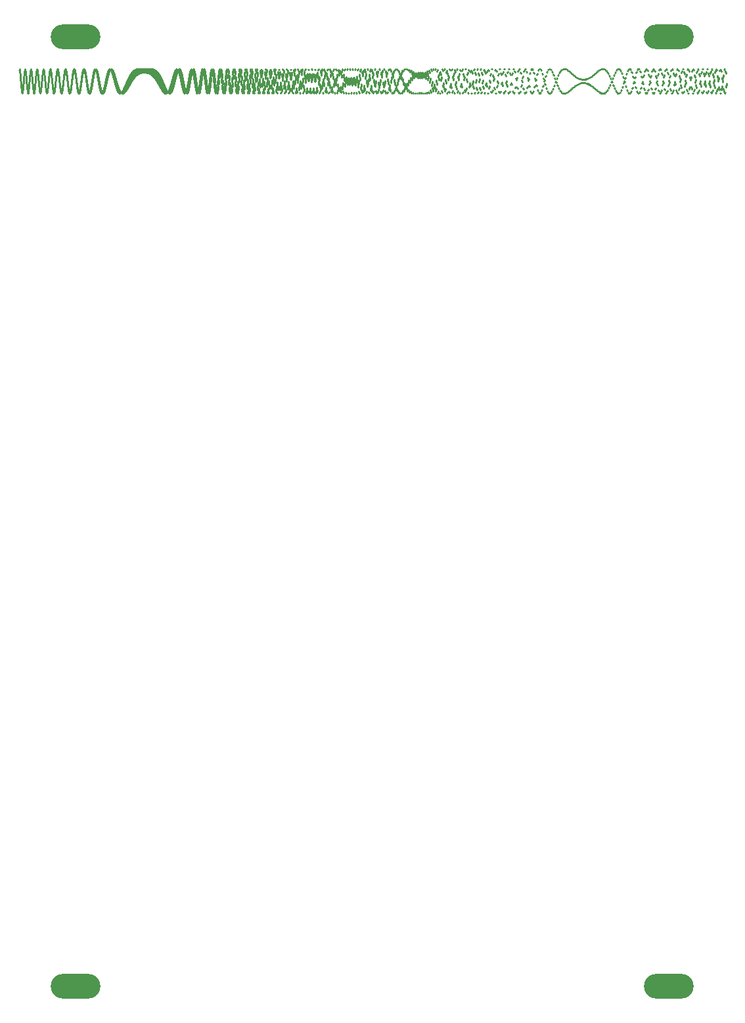
<source format=gtl>
G04 Layer: TopLayer*
G04 EasyEDA v6.5.34, 2023-08-21 18:11:39*
G04 55fea8646dbd4ef485edb4a4bd6a11f4,5a6b42c53f6a479593ecc07194224c93,10*
G04 Gerber Generator version 0.2*
G04 Scale: 100 percent, Rotated: No, Reflected: No *
G04 Dimensions in millimeters *
G04 leading zeros omitted , absolute positions ,4 integer and 5 decimal *
%FSLAX45Y45*%
%MOMM*%

%ADD10C,0.2540*%
%ADD11O,6.4000126X3.1999936*%

%LPD*%
D10*
X5452529Y11878177D02*
G01*
X5461000Y11851345D01*
X8470Y12143135D02*
G01*
X16929Y12139147D01*
X16929Y12154080D02*
G01*
X25400Y12048591D01*
X25400Y12083933D02*
G01*
X33870Y11933361D01*
X33870Y11970618D02*
G01*
X42329Y11854408D01*
X42329Y11873842D02*
G01*
X50800Y11852516D01*
X50800Y11843519D02*
G01*
X59270Y11927718D01*
X59270Y11894398D02*
G01*
X67729Y12040494D01*
X67729Y11999589D02*
G01*
X76200Y12133021D01*
X76200Y12105350D02*
G01*
X84670Y12158903D01*
X84670Y12158786D02*
G01*
X93129Y12106038D01*
X93129Y12134075D02*
G01*
X101600Y12001611D01*
X101600Y12044344D02*
G01*
X110070Y11897530D01*
X110070Y11934111D02*
G01*
X118529Y11844423D01*
X118529Y11856813D02*
G01*
X127000Y11867225D01*
X127000Y11848970D02*
G01*
X135470Y11954060D01*
X135470Y11913374D02*
G01*
X143929Y12062995D01*
X143929Y12018863D02*
G01*
X152400Y12142663D01*
X152400Y12115855D02*
G01*
X160870Y12156447D01*
X160870Y12159802D02*
G01*
X169329Y12098901D01*
X169329Y12131377D02*
G01*
X177800Y11997215D01*
X177800Y12044413D02*
G01*
X186270Y11897885D01*
X186270Y11938619D02*
G01*
X194729Y11845287D01*
X194729Y11861129D02*
G01*
X203200Y11862054D01*
X203200Y11845546D02*
G01*
X211670Y11939866D01*
X211670Y11897766D02*
G01*
X220129Y12044083D01*
X220129Y11994362D02*
G01*
X228600Y12129554D01*
X228600Y12093575D02*
G01*
X237070Y12160176D01*
X237070Y12153534D02*
G01*
X245529Y12123844D01*
X245529Y12149800D02*
G01*
X254000Y12036686D01*
X262470Y11986140D02*
G01*
X270929Y11861584D01*
X270929Y11894088D02*
G01*
X279400Y11844621D01*
X279400Y11845460D02*
G01*
X287870Y11890461D01*
X287870Y11858840D02*
G01*
X296329Y11980006D01*
X296329Y11928040D02*
G01*
X304800Y12077539D01*
X304800Y12025381D02*
G01*
X313270Y12145157D01*
X313270Y12113089D02*
G01*
X321729Y12157435D01*
X321729Y12158060D02*
G01*
X330200Y12110585D01*
X330200Y12144095D02*
G01*
X338670Y12023105D01*
X338670Y12077316D02*
G01*
X347129Y11928053D01*
X347129Y11983069D02*
G01*
X355600Y11860392D01*
X355600Y11895985D02*
G01*
X364070Y11844182D01*
X364070Y11847177D02*
G01*
X372529Y11884390D01*
X372529Y11853311D02*
G01*
X381000Y11965843D01*
X381000Y11911322D02*
G01*
X389470Y12059351D01*
X389470Y12000247D02*
G01*
X397929Y12132350D01*
X397929Y12089129D02*
G01*
X406400Y12160244D01*
X406400Y12147903D02*
G01*
X414870Y12134372D01*
X414870Y12157440D02*
G01*
X423329Y12064306D01*
X423329Y12115464D02*
G01*
X431800Y11973923D01*
X431800Y12036554D02*
G01*
X440270Y11893021D01*
X440270Y11946798D02*
G01*
X448729Y11847469D01*
X448729Y11874952D02*
G01*
X457200Y11851109D01*
X457200Y11843270D02*
G01*
X465670Y11901914D01*
X465670Y11860857D02*
G01*
X474129Y11983275D01*
X474129Y11921411D02*
G01*
X482600Y12069732D01*
X482600Y12005828D02*
G01*
X491070Y12135078D01*
X491070Y12088446D02*
G01*
X499529Y12160219D01*
X499529Y12144956D02*
G01*
X508000Y12138520D01*
X508000Y12159419D02*
G01*
X516470Y12077171D01*
X516470Y12128487D02*
G01*
X524929Y11994522D01*
X524929Y12061807D02*
G01*
X533400Y11914360D01*
X533400Y11978703D02*
G01*
X541870Y11858995D01*
X541870Y11902404D02*
G01*
X550329Y11843176D01*
X550329Y11853514D02*
G01*
X558800Y11870400D01*
X558800Y11844586D02*
G01*
X567270Y11932511D01*
X567270Y11877154D02*
G01*
X575729Y12012414D01*
X575729Y11941893D02*
G01*
X584200Y12088949D01*
X584200Y12021505D02*
G01*
X592670Y12142558D01*
X592670Y12095515D02*
G01*
X601129Y12160176D01*
X601129Y12145578D02*
G01*
X609600Y12138174D01*
X609600Y12159896D02*
G01*
X618070Y12082802D01*
X618070Y12135779D02*
G01*
X626529Y12008172D01*
X626529Y12079820D02*
G01*
X635000Y11932480D01*
X635000Y12005858D02*
G01*
X643470Y11873501D01*
X643470Y11931426D02*
G01*
X651929Y11844505D01*
X651929Y11873489D02*
G01*
X660400Y11851401D01*
X660400Y11844672D02*
G01*
X668870Y11891825D01*
X668870Y11850674D02*
G01*
X677329Y11956107D01*
X677329Y11889376D02*
G01*
X685800Y12029739D01*
X685800Y11951741D02*
G01*
X694270Y12096793D01*
X694270Y12024085D02*
G01*
X702729Y12143333D01*
X702729Y12091200D02*
G01*
X711200Y12160244D01*
X711200Y12139543D02*
G01*
X719670Y12144801D01*
X719670Y12159896D02*
G01*
X728129Y12100892D01*
X728129Y12148957D02*
G01*
X736600Y12037832D01*
X736600Y12109604D02*
G01*
X745070Y11968286D01*
X745070Y12050054D02*
G01*
X753529Y11905604D01*
X753529Y11981942D02*
G01*
X762000Y11861304D01*
X762000Y11917982D02*
G01*
X770470Y11843016D01*
X770470Y11869613D02*
G01*
X778929Y11853359D01*
X778929Y11844975D02*
G01*
X787400Y11889747D01*
X787400Y11847723D02*
G01*
X795870Y11945162D01*
X795870Y11876651D02*
G01*
X804329Y12009673D01*
X804329Y11926194D02*
G01*
X812800Y12072231D01*
X812800Y11987639D02*
G01*
X821270Y12122645D01*
X821270Y12050755D02*
G01*
X829729Y12153150D01*
X829729Y12105505D02*
G01*
X838200Y12159487D01*
X838200Y12143643D02*
G01*
X846670Y12141372D01*
X846670Y12159858D02*
G01*
X855129Y12102269D01*
X855129Y12152368D02*
G01*
X863600Y12048596D01*
X863600Y12122975D02*
G01*
X872070Y11988614D01*
X872070Y12076534D02*
G01*
X880529Y11931060D01*
X880529Y12020085D02*
G01*
X889000Y11883900D01*
X889000Y11961657D02*
G01*
X897470Y11853273D01*
X897470Y11909176D02*
G01*
X905929Y11842750D01*
X905929Y11869341D02*
G01*
X914400Y11853080D01*
X914400Y11846867D02*
G01*
X922870Y11882277D01*
X922870Y11844020D02*
G01*
X931329Y11926056D01*
X931329Y11860504D02*
G01*
X939800Y11978573D01*
X939800Y11893692D02*
G01*
X948270Y12033250D01*
X948270Y11939122D02*
G01*
X956729Y12083602D01*
X956729Y11991174D02*
G01*
X965200Y12124029D01*
X965200Y12043773D02*
G01*
X973670Y12150354D01*
X973670Y12091144D02*
G01*
X982129Y12160199D01*
X982129Y12128431D02*
G01*
X990600Y12153112D01*
X990600Y12152101D02*
G01*
X999070Y12130440D01*
X999070Y12160250D02*
G01*
X1007529Y12095055D01*
X1007529Y12152652D02*
G01*
X1016000Y12050923D01*
X1016000Y12130633D02*
G01*
X1024470Y12002615D01*
X1024470Y12096818D02*
G01*
X1032929Y11954830D01*
X1032929Y12054768D02*
G01*
X1041400Y11911898D01*
X1041400Y12008551D02*
G01*
X1049870Y11877451D01*
X1049870Y11962345D02*
G01*
X1058329Y11854124D01*
X1058329Y11920059D02*
G01*
X1066800Y11843420D01*
X1066800Y11884992D02*
G01*
X1075270Y11845696D01*
X1075270Y11859640D02*
G01*
X1083729Y11860217D01*
X1083729Y11845559D02*
G01*
X1092200Y11885350D01*
X1092200Y11843313D02*
G01*
X1100670Y11918739D01*
X1100670Y11852546D02*
G01*
X1109129Y11957588D01*
X1109129Y11872094D02*
G01*
X1117600Y11998919D01*
X1117600Y11900128D02*
G01*
X1126070Y12039785D01*
X1126070Y11934403D02*
G01*
X1134529Y12077494D01*
X1134529Y11972396D02*
G01*
X1143000Y12109785D01*
X1143000Y12011571D02*
G01*
X1151470Y12134905D01*
X1151470Y12049490D02*
G01*
X1159929Y12151692D01*
X1159929Y12084011D02*
G01*
X1168400Y12159592D01*
X1168400Y12113351D02*
G01*
X1176870Y12158619D01*
X1176870Y12136170D02*
G01*
X1185329Y12149274D01*
X1185329Y12151624D02*
G01*
X1193800Y12132505D01*
X1193800Y12159312D02*
G01*
X1202270Y12109549D01*
X1202270Y12159294D02*
G01*
X1210729Y12081880D01*
X1210729Y12152002D02*
G01*
X1219200Y12051047D01*
X1219200Y12138179D02*
G01*
X1227670Y12018639D01*
X1227670Y12118814D02*
G01*
X1236129Y11986158D01*
X1236129Y12095050D02*
G01*
X1244600Y11954967D01*
X1244600Y12068131D02*
G01*
X1253070Y11926229D01*
X1253070Y12039282D02*
G01*
X1261529Y11900923D01*
X1261529Y12009716D02*
G01*
X1270000Y11879745D01*
X1270000Y11980527D02*
G01*
X1278470Y11863189D01*
X1278470Y11952704D02*
G01*
X1286929Y11851512D01*
X1286929Y11927047D02*
G01*
X1295400Y11844746D01*
X1295400Y11904228D02*
G01*
X1303870Y11842762D01*
X1303870Y11884713D02*
G01*
X1312329Y11845274D01*
X1312329Y11868833D02*
G01*
X1320800Y11851871D01*
X1320800Y11856740D02*
G01*
X1329270Y11862066D01*
X1329270Y11848449D02*
G01*
X1337729Y11875305D01*
X1337729Y11843872D02*
G01*
X1346200Y11891025D01*
X1346200Y11842805D02*
G01*
X1354670Y11908637D01*
X1354670Y11844975D02*
G01*
X1363129Y11927580D01*
X1363129Y11850055D02*
G01*
X1371600Y11947339D01*
X1371600Y11857669D02*
G01*
X1380070Y11967418D01*
X1380070Y11867431D02*
G01*
X1388529Y11987405D01*
X1388529Y11878952D02*
G01*
X1397000Y12006925D01*
X1397000Y11891845D02*
G01*
X1405470Y12025683D01*
X1405470Y11905747D02*
G01*
X1413929Y12043432D01*
X1413929Y11920313D02*
G01*
X1422400Y12059983D01*
X1422400Y11935246D02*
G01*
X1430870Y12075213D01*
X1430870Y11950265D02*
G01*
X1439329Y12089048D01*
X1439329Y11965142D02*
G01*
X1447800Y12101438D01*
X1456270Y11993686D02*
G01*
X1464729Y12121951D01*
X1464729Y12007062D02*
G01*
X1473200Y12130173D01*
X1473200Y12019706D02*
G01*
X1481670Y12137125D01*
X1481670Y12031550D02*
G01*
X1490129Y12142911D01*
X1490129Y12042546D02*
G01*
X1498600Y12147636D01*
X1498600Y12052665D02*
G01*
X1507070Y12151400D01*
X1507070Y12061911D02*
G01*
X1515529Y12154334D01*
X1515529Y12070283D02*
G01*
X1524000Y12156528D01*
X1524000Y12077811D02*
G01*
X1532470Y12158116D01*
X1532470Y12084527D02*
G01*
X1540929Y12159183D01*
X1540929Y12090455D02*
G01*
X1549400Y12159833D01*
X1549400Y12095640D02*
G01*
X1557870Y12160163D01*
X1557870Y12100118D02*
G01*
X1566329Y12160250D01*
X1566329Y12103930D02*
G01*
X1574800Y12160168D01*
X1574800Y12107118D02*
G01*
X1583270Y12159983D01*
X1583270Y12109711D02*
G01*
X1591729Y12159754D01*
X1591729Y12111738D02*
G01*
X1600200Y12159518D01*
X1600200Y12113226D02*
G01*
X1608670Y12159312D01*
X1608670Y12114199D02*
G01*
X1617129Y12159178D01*
X1617129Y12114659D02*
G01*
X1625600Y12159109D01*
X1625600Y12114621D02*
G01*
X1634070Y12159134D01*
X1634070Y12114070D02*
G01*
X1642529Y12159234D01*
X1642529Y12113016D02*
G01*
X1651000Y12159406D01*
X1651000Y12111433D02*
G01*
X1659470Y12159630D01*
X1659470Y12109307D02*
G01*
X1667929Y12159871D01*
X1667929Y12106602D02*
G01*
X1676400Y12160082D01*
X1676400Y12103293D02*
G01*
X1684870Y12160224D01*
X1684870Y12099343D02*
G01*
X1693329Y12160232D01*
X1693329Y12094702D02*
G01*
X1701800Y12160026D01*
X1701800Y12089345D02*
G01*
X1710270Y12159536D01*
X1710270Y12083219D02*
G01*
X1718729Y12158667D01*
X1718729Y12076280D02*
G01*
X1727200Y12157329D01*
X1727200Y12068497D02*
G01*
X1735670Y12155401D01*
X1735670Y12059846D02*
G01*
X1744129Y12152790D01*
X1744129Y12050290D02*
G01*
X1752600Y12149361D01*
X1752600Y12039841D02*
G01*
X1761070Y12145007D01*
X1761070Y12028487D02*
G01*
X1769529Y12139607D01*
X1769529Y12016270D02*
G01*
X1778000Y12133046D01*
X1778000Y12003237D02*
G01*
X1786470Y12125225D01*
X1786470Y11989457D02*
G01*
X1794929Y12116041D01*
X1794929Y11975050D02*
G01*
X1803400Y12105431D01*
X1803400Y11960164D02*
G01*
X1811870Y12093338D01*
X1811870Y11944969D02*
G01*
X1820329Y12079752D01*
X1820329Y11929696D02*
G01*
X1828800Y12064690D01*
X1828800Y11914604D02*
G01*
X1837270Y12048220D01*
X1837270Y11899986D02*
G01*
X1845729Y12030453D01*
X1845729Y11886201D02*
G01*
X1854200Y12011571D01*
X1854200Y11873613D02*
G01*
X1862670Y11991807D01*
X1862670Y11862617D02*
G01*
X1871129Y11971467D01*
X1871129Y11853646D02*
G01*
X1879600Y11950928D01*
X1879600Y11847108D02*
G01*
X1888070Y11930639D01*
X1888070Y11843433D02*
G01*
X1896529Y11911098D01*
X1896529Y11842986D02*
G01*
X1905000Y11892861D01*
X1905000Y11846105D02*
G01*
X1913470Y11876547D01*
X1913470Y11853057D02*
G01*
X1921929Y11862760D01*
X1921929Y11863994D02*
G01*
X1930400Y11852145D01*
X1930400Y11878965D02*
G01*
X1938870Y11845292D01*
X1938870Y11897840D02*
G01*
X1947329Y11842755D01*
X1947329Y11920364D02*
G01*
X1955800Y11844982D01*
X1955800Y11946054D02*
G01*
X1964270Y11852280D01*
X1964270Y11974271D02*
G01*
X1972729Y11864814D01*
X1972729Y12004146D02*
G01*
X1981200Y11882511D01*
X1981200Y12034664D02*
G01*
X1989670Y11905079D01*
X1989670Y12064621D02*
G01*
X1998129Y11931959D01*
X1998129Y12092719D02*
G01*
X2006600Y11962320D01*
X2006600Y12117567D02*
G01*
X2015070Y11995050D01*
X2015070Y12137814D02*
G01*
X2023529Y12028797D01*
X2023529Y12152152D02*
G01*
X2032000Y12061997D01*
X2032000Y12159475D02*
G01*
X2040470Y12092947D01*
X2040470Y12158954D02*
G01*
X2048929Y12119874D01*
X2048929Y12150105D02*
G01*
X2057400Y12141050D01*
X2057400Y12132901D02*
G01*
X2065870Y12154923D01*
X2065870Y12107849D02*
G01*
X2074329Y12160224D01*
X2074329Y12075982D02*
G01*
X2082800Y12156119D01*
X2082800Y12038911D02*
G01*
X2091270Y12142309D01*
X2091270Y11998746D02*
G01*
X2099729Y12119155D01*
X2099729Y11958035D02*
G01*
X2108200Y12087684D01*
X2108200Y11919600D02*
G01*
X2116670Y12049663D01*
X2116670Y11886351D02*
G01*
X2125129Y12007514D01*
X2125129Y11861055D02*
G01*
X2133600Y11964187D01*
X2133600Y11846105D02*
G01*
X2142070Y11923011D01*
X2142070Y11843227D02*
G01*
X2150529Y11887410D01*
X2150529Y11853290D02*
G01*
X2159000Y11860646D01*
X2159000Y11876074D02*
G01*
X2167470Y11845460D01*
X2167470Y11910199D02*
G01*
X2175929Y11843778D01*
X2175929Y11953100D02*
G01*
X2184400Y11856405D01*
X2184400Y12001172D02*
G01*
X2192870Y11882821D01*
X2192870Y12049998D02*
G01*
X2201329Y11921114D01*
X2201329Y12094745D02*
G01*
X2209800Y11967989D01*
X2209800Y12130625D02*
G01*
X2218270Y12018987D01*
X2218270Y12153447D02*
G01*
X2226729Y12068863D01*
X2226729Y12160138D02*
G01*
X2235200Y12112117D01*
X2235200Y12149244D02*
G01*
X2243670Y12143579D01*
X2243670Y12121268D02*
G01*
X2252129Y12159109D01*
X2252129Y12078804D02*
G01*
X2260600Y12156175D01*
X2260600Y12026404D02*
G01*
X2269070Y12134367D01*
X2269070Y11970214D02*
G01*
X2277529Y12095645D01*
X2277529Y11917293D02*
G01*
X2286000Y12044332D01*
X2286000Y11874748D02*
G01*
X2294470Y11986704D01*
X2294470Y11848746D02*
G01*
X2302929Y11930359D01*
X2302929Y11843537D02*
G01*
X2311400Y11883194D01*
X2311400Y11860672D02*
G01*
X2319870Y11852313D01*
X2319870Y11898492D02*
G01*
X2328329Y11842861D01*
X2328329Y11952119D02*
G01*
X2336800Y11857055D01*
X2336800Y12013933D02*
G01*
X2345270Y11893593D01*
X2345270Y12074519D02*
G01*
X2353729Y11947530D01*
X2353729Y12124098D02*
G01*
X2362200Y12010783D01*
X2362200Y12154105D02*
G01*
X2370670Y12073216D01*
X2370670Y12158804D02*
G01*
X2379129Y12124245D01*
X2379129Y12136493D02*
G01*
X2387600Y12154626D01*
X2387600Y12090189D02*
G01*
X2396070Y12158271D01*
X2396070Y12027408D02*
G01*
X2404529Y12133615D01*
X2404529Y11959196D02*
G01*
X2413000Y12084265D01*
X2413000Y11898218D02*
G01*
X2421470Y12018751D01*
X2421470Y11856478D02*
G01*
X2429929Y11949224D01*
X2429929Y11842818D02*
G01*
X2438400Y11889303D01*
X2438400Y11860888D02*
G01*
X2446870Y11851401D01*
X2446870Y11907987D02*
G01*
X2455329Y11844040D01*
X2455329Y11975144D02*
G01*
X2463800Y11869732D01*
X2463800Y12048596D02*
G01*
X2472270Y11923974D01*
X2472270Y12112482D02*
G01*
X2480729Y11995739D01*
X2480729Y12152251D02*
G01*
X2489200Y12069478D01*
X2489200Y12158124D02*
G01*
X2497670Y12128400D01*
X2497670Y12127717D02*
G01*
X2506129Y12158327D01*
X2506129Y12067176D02*
G01*
X2514600Y12151283D01*
X2514600Y11990237D02*
G01*
X2523070Y12107905D01*
X2523070Y11915366D02*
G01*
X2531529Y12037857D01*
X2531529Y11861421D02*
G01*
X2540000Y11958035D01*
X2540000Y11842793D02*
G01*
X2548470Y11888657D01*
X2548470Y11865315D02*
G01*
X2556929Y11848157D01*
X2556929Y11924164D02*
G01*
X2565400Y11848144D01*
X2565400Y12004420D02*
G01*
X2573870Y11889717D01*
X2573870Y12084545D02*
G01*
X2582329Y11962526D01*
X2582329Y12142073D02*
G01*
X2590800Y12046905D01*
X2590800Y12159978D02*
G01*
X2599270Y12118980D01*
X2599270Y12131992D02*
G01*
X2607729Y12157402D01*
X2607729Y12065205D02*
G01*
X2616200Y12149886D01*
X2616200Y11978716D02*
G01*
X2624670Y12097512D01*
X2624670Y11898510D02*
G01*
X2633129Y12015228D01*
X2633129Y11849745D02*
G01*
X2641600Y11928010D01*
X2641600Y11848665D02*
G01*
X2650070Y11863468D01*
X2650070Y11896811D02*
G01*
X2658529Y11843047D01*
X2658529Y11979615D02*
G01*
X2667000Y11874555D01*
X2667000Y12070339D02*
G01*
X2675470Y11948728D01*
X2675470Y12138433D02*
G01*
X2683929Y12041380D01*
X2683929Y12159902D02*
G01*
X2692400Y12120946D01*
X2692400Y12126125D02*
G01*
X2700870Y12159178D01*
X2700870Y12047804D02*
G01*
X2709329Y12141454D01*
X2709329Y11952201D02*
G01*
X2717800Y12072894D01*
X2717800Y11874004D02*
G01*
X2726270Y11977570D01*
X2726270Y11842775D02*
G01*
X2734729Y11890524D01*
X2734729Y11871398D02*
G01*
X2743200Y11845008D01*
X2743200Y11950235D02*
G01*
X2751670Y11859529D01*
X2751670Y12049620D02*
G01*
X2760129Y11929739D01*
X2760129Y12130608D02*
G01*
X2768600Y12028952D01*
X2768600Y12160194D02*
G01*
X2777070Y12117748D01*
X2777070Y12125182D02*
G01*
X2785529Y12159518D01*
X2785529Y12038675D02*
G01*
X2794000Y12135865D01*
X2794000Y11935973D02*
G01*
X2802470Y12055375D01*
X2802470Y11860573D02*
G01*
X2810929Y11951307D01*
X2810929Y11845714D02*
G01*
X2819400Y11868373D01*
X2819400Y11899186D02*
G01*
X2827870Y11843575D01*
X2827870Y11998579D02*
G01*
X2836329Y11889196D01*
X2836329Y12099912D02*
G01*
X2844800Y11985995D01*
X2844800Y12156757D02*
G01*
X2853270Y12090524D01*
X2853270Y12141794D02*
G01*
X2861729Y12154184D01*
X2861729Y12060633D02*
G01*
X2870200Y12146069D01*
X2870200Y11950743D02*
G01*
X2878670Y12068639D01*
X2878670Y11864781D02*
G01*
X2887129Y11958147D01*
X2887129Y11845434D02*
G01*
X2895600Y11868348D01*
X2895600Y11903621D02*
G01*
X2904070Y11844474D01*
X2904070Y12011497D02*
G01*
X2912529Y11899861D01*
X2912529Y12114870D02*
G01*
X2921000Y12007644D01*
X2921000Y12160138D02*
G01*
X2929470Y12112835D01*
X2929470Y12122442D02*
G01*
X2937929Y12160051D01*
X2937929Y12020278D02*
G01*
X2946400Y12123036D01*
X2946400Y11907446D02*
G01*
X2954870Y12020227D01*
X2954870Y11845287D02*
G01*
X2963329Y11906620D01*
X2963329Y11869044D02*
G01*
X2971800Y11844939D01*
X2971800Y11966996D02*
G01*
X2980270Y11870717D01*
X2980270Y12084992D02*
G01*
X2988729Y11970877D01*
X2988729Y12155741D02*
G01*
X2997200Y12089165D01*
X2997200Y12137323D02*
G01*
X3005670Y12157031D01*
X3005670Y12039010D02*
G01*
X3014129Y12133615D01*
X3014129Y11917890D02*
G01*
X3022600Y12031291D01*
X3022600Y11846501D02*
G01*
X3031070Y11910474D01*
X3031070Y11869204D02*
G01*
X3039529Y11844665D01*
X3039529Y11973600D02*
G01*
X3048000Y11875505D01*
X3048000Y12095906D02*
G01*
X3056470Y11985315D01*
X3056470Y12159195D02*
G01*
X3064929Y12105896D01*
X3064929Y12122043D02*
G01*
X3073400Y12160189D01*
X3073400Y12006808D02*
G01*
X3081870Y12111906D01*
X3081870Y11887565D02*
G01*
X3090329Y11991032D01*
X3090329Y11843128D02*
G01*
X3098800Y11876539D01*
X3098800Y11904426D02*
G01*
X3107270Y11845335D01*
X3107270Y12031687D02*
G01*
X3115729Y11919910D01*
X3115729Y12138855D02*
G01*
X3124200Y12050786D01*
X3124200Y12151464D02*
G01*
X3132670Y12148058D01*
X3132670Y12059196D02*
G01*
X3141129Y12142955D01*
X3141129Y11925716D02*
G01*
X3149600Y12037517D01*
X3149600Y11845864D02*
G01*
X3158070Y11905802D01*
X3158070Y11878208D02*
G01*
X3166529Y11842892D01*
X3166529Y12000811D02*
G01*
X3175000Y11895942D01*
X3175000Y12124438D02*
G01*
X3183470Y12027390D01*
X3183470Y12156757D02*
G01*
X3191929Y12140003D01*
X3191929Y12072020D02*
G01*
X3200400Y12148276D01*
X3200400Y11933143D02*
G01*
X3208870Y12044349D01*
X3208870Y11846407D02*
G01*
X3217329Y11906900D01*
X3217329Y11880136D02*
G01*
X3225800Y11842767D01*
X3225800Y12009523D02*
G01*
X3234270Y11903613D01*
X3234270Y12133026D02*
G01*
X3242729Y12042719D01*
X3242729Y12151332D02*
G01*
X3251200Y12149167D01*
X3251200Y12048096D02*
G01*
X3259670Y12135878D01*
X3259670Y11906262D02*
G01*
X3268129Y12012109D01*
X3268129Y11842780D02*
G01*
X3276600Y11879077D01*
X3276600Y11911837D02*
G01*
X3285070Y11848195D01*
X3285070Y12056894D02*
G01*
X3293529Y11947017D01*
X3293529Y12155215D02*
G01*
X3302000Y12092792D01*
X3302000Y12121431D02*
G01*
X3310470Y12160244D01*
X3310470Y11983168D02*
G01*
X3318929Y12089495D01*
X3318929Y11860535D02*
G01*
X3327400Y11941014D01*
X3327400Y11862531D02*
G01*
X3335870Y11845800D01*
X3335870Y11989005D02*
G01*
X3344329Y11890027D01*
X3344329Y12127209D02*
G01*
X3352800Y12035426D01*
X3352800Y12151116D02*
G01*
X3361270Y12150272D01*
X3361270Y12037237D02*
G01*
X3369729Y12128103D01*
X3369729Y11889742D02*
G01*
X3378200Y11987844D01*
X3378200Y11846694D02*
G01*
X3386670Y11859983D01*
X3386670Y11950204D02*
G01*
X3395129Y11866097D01*
X3395129Y12103094D02*
G01*
X3403600Y12002002D01*
X3403600Y12158413D02*
G01*
X3412070Y12137844D01*
X3412070Y12061080D02*
G01*
X3420529Y12141027D01*
X3420529Y11904891D02*
G01*
X3429000Y12006808D01*
X3429000Y11844040D02*
G01*
X3437470Y11866910D01*
X3437470Y11940555D02*
G01*
X3445929Y11861545D01*
X3445929Y12098875D02*
G01*
X3454400Y11997743D01*
X3454400Y12158489D02*
G01*
X3462870Y12138174D01*
X3462870Y12056976D02*
G01*
X3471329Y12138291D01*
X3471329Y11897680D02*
G01*
X3479800Y11996346D01*
X3479800Y11846471D02*
G01*
X3488270Y11859399D01*
X3488270Y11958607D02*
G01*
X3496729Y11872229D01*
X3496729Y12116668D02*
G01*
X3505200Y12022869D01*
X3505200Y12151611D02*
G01*
X3513670Y12150948D01*
X3513670Y12024245D02*
G01*
X3522129Y12117349D01*
X3522129Y11871721D02*
G01*
X3530600Y11957011D01*
X3530600Y11861594D02*
G01*
X3539070Y11845305D01*
X3539070Y12006658D02*
G01*
X3547529Y11906943D01*
X3547529Y12146323D02*
G01*
X3556000Y12074735D01*
X3556000Y12122980D02*
G01*
X3564470Y12160168D01*
X3564470Y11961421D02*
G01*
X3572929Y12065012D01*
X3572929Y11845422D02*
G01*
X3581400Y11896656D01*
X3581400Y11909554D02*
G01*
X3589870Y11849323D01*
X3589870Y12080981D02*
G01*
X3598329Y11979546D01*
X3598329Y12159444D02*
G01*
X3606800Y12135916D01*
X3606800Y12051073D02*
G01*
X3615270Y12133176D01*
X3615270Y11883285D02*
G01*
X3623729Y11972975D01*
X3623729Y11857334D02*
G01*
X3632200Y11846793D01*
X3632200Y12006112D02*
G01*
X3640670Y11908259D01*
X3640670Y12149584D02*
G01*
X3649129Y12084011D01*
X3649129Y12111007D02*
G01*
X3657600Y12158339D01*
X3657600Y11936450D02*
G01*
X3666070Y12037819D01*
X3666070Y11842874D02*
G01*
X3674529Y11871548D01*
X3674529Y11948995D02*
G01*
X3683000Y11868993D01*
X3683000Y12121995D02*
G01*
X3691470Y12034992D01*
X3691470Y12141187D02*
G01*
X3699929Y12158395D01*
X3699929Y11980359D02*
G01*
X3708400Y12079429D01*
X3708400Y11846674D02*
G01*
X3716870Y11898919D01*
X3716870Y11915297D02*
G01*
X3725329Y11852516D01*
X3725329Y12097666D02*
G01*
X3733800Y12002747D01*
X3733800Y12152690D02*
G01*
X3742270Y12151593D01*
X3742270Y12005604D02*
G01*
X3750729Y12099602D01*
X3750729Y11852722D02*
G01*
X3759200Y11915117D01*
X3759200Y11901462D02*
G01*
X3767670Y11847736D01*
X3767670Y12087014D02*
G01*
X3776129Y11990771D01*
X3776129Y12155164D02*
G01*
X3784600Y12148845D01*
X3784600Y12010387D02*
G01*
X3793070Y12102541D01*
X3793070Y11852963D02*
G01*
X3801529Y11914832D01*
X3801529Y11904141D02*
G01*
X3810000Y11848901D01*
X3810000Y12093252D02*
G01*
X3818470Y11999310D01*
X3818470Y12151834D02*
G01*
X3826929Y12153082D01*
X3826929Y11994667D02*
G01*
X3835400Y12089079D01*
X3835400Y11847141D02*
G01*
X3843870Y11898157D01*
X3843870Y11924078D02*
G01*
X3852329Y11857639D01*
X3852329Y12114590D02*
G01*
X3860800Y12028251D01*
X3860800Y12138507D02*
G01*
X3869270Y12159566D01*
X3869270Y11958942D02*
G01*
X3877729Y12055866D01*
X3877729Y11842780D02*
G01*
X3886200Y11870585D01*
X3886200Y11965396D02*
G01*
X3894670Y11882475D01*
X3894670Y12142886D02*
G01*
X3903129Y12075053D01*
X3903129Y12104923D02*
G01*
X3911600Y12155487D01*
X3911600Y11908109D02*
G01*
X3920070Y11999186D01*
X3920070Y11855394D02*
G01*
X3928529Y11846278D01*
X3928529Y12029894D02*
G01*
X3937000Y11935040D01*
X3937000Y12160138D02*
G01*
X3945470Y12128129D01*
X3945470Y12040567D02*
G01*
X3953929Y12121573D01*
X3953929Y11858909D02*
G01*
X3962400Y11924289D01*
X3962400Y11904619D02*
G01*
X3970870Y11850215D01*
X3970870Y12105965D02*
G01*
X3979329Y12019414D01*
X3979329Y12138687D02*
G01*
X3987800Y12159785D01*
X3987800Y11948342D02*
G01*
X3996270Y12042470D01*
X3996270Y11844797D02*
G01*
X4004729Y11857893D01*
X4004729Y11999163D02*
G01*
X4013200Y11909971D01*
X4013200Y12157539D02*
G01*
X4021670Y12113963D01*
X4021670Y12055965D02*
G01*
X4030129Y12130384D01*
X4030129Y11862965D02*
G01*
X4038600Y11930341D01*
X4038600Y11903534D02*
G01*
X4047070Y11850377D01*
X4047070Y12110410D02*
G01*
X4055529Y12027253D01*
X4055529Y12131476D02*
G01*
X4064000Y12160219D01*
X4064000Y11929292D02*
G01*
X4072470Y12020227D01*
X4072470Y11851728D02*
G01*
X4080929Y11847728D01*
X4080929Y12034428D02*
G01*
X4089400Y11942792D01*
X4089400Y12159673D02*
G01*
X4097870Y12140717D01*
X4097870Y12006844D02*
G01*
X4106329Y12093575D01*
X4106329Y11844467D02*
G01*
X4114800Y11883306D01*
X4114800Y11961352D02*
G01*
X4123270Y11883496D01*
X4123270Y12150135D02*
G01*
X4131729Y12095137D01*
X4131729Y12071555D02*
G01*
X4140200Y12138136D01*
X4140200Y11866158D02*
G01*
X4148670Y11933516D01*
X4148670Y11906976D02*
G01*
X4157129Y11852709D01*
X4157129Y12120798D02*
G01*
X4165600Y12044573D01*
X4165600Y12115154D02*
G01*
X4174070Y12157130D01*
X4174070Y11899173D02*
G01*
X4182529Y11981289D01*
X4182529Y11873532D02*
G01*
X4191000Y11843054D01*
X4191000Y12087324D02*
G01*
X4199470Y12001672D01*
X4199470Y12139719D02*
G01*
X4207929Y12160013D01*
X4207929Y11930669D02*
G01*
X4216400Y12018114D01*
X4216400Y11856280D02*
G01*
X4224870Y11844535D01*
X4224870Y12059549D02*
G01*
X4233329Y11971479D01*
X4233329Y12151271D02*
G01*
X4241800Y12156244D01*
X4241800Y11953557D02*
G01*
X4250270Y12041548D01*
X4250270Y11848962D02*
G01*
X4258729Y11848919D01*
X4258729Y12042279D02*
G01*
X4267200Y11954700D01*
X4267200Y12155548D02*
G01*
X4275670Y12152505D01*
X4275670Y11964789D02*
G01*
X4284129Y12051883D01*
X4284129Y11846854D02*
G01*
X4292600Y11851165D01*
X4292600Y12037293D02*
G01*
X4301070Y11950644D01*
X4301070Y12155990D02*
G01*
X4309529Y12152195D01*
X4309529Y11963450D02*
G01*
X4318000Y12049732D01*
X4318000Y11847964D02*
G01*
X4326470Y11849483D01*
X4326470Y12044939D02*
G01*
X4334929Y11959033D01*
X4334929Y12153044D02*
G01*
X4343400Y12155543D01*
X4343400Y11949640D02*
G01*
X4351870Y12034961D01*
X4351870Y11853397D02*
G01*
X4360329Y11845185D01*
X4360329Y12064621D02*
G01*
X4368800Y11980379D01*
X4368800Y12144120D02*
G01*
X4377270Y12159660D01*
X4377270Y11924624D02*
G01*
X4385729Y12006907D01*
X4385729Y11867126D02*
G01*
X4394200Y11842793D01*
X4394200Y12094077D02*
G01*
X4402670Y12015111D01*
X4402670Y12124054D02*
G01*
X4411129Y12158383D01*
X4411129Y11892117D02*
G01*
X4419600Y11965899D01*
X4419600Y11895137D02*
G01*
X4428070Y11850029D01*
X4428070Y12127618D02*
G01*
X4436529Y12061416D01*
X4436529Y12086635D02*
G01*
X4445000Y12142670D01*
X4445000Y11860268D02*
G01*
X4453470Y11916072D01*
X4453470Y11942998D02*
G01*
X4461929Y11876725D01*
X4461929Y12154265D02*
G01*
X4470400Y12111997D01*
X4470400Y12028103D02*
G01*
X4478870Y12102845D01*
X4478870Y11843004D02*
G01*
X4487329Y11868609D01*
X4487329Y12011192D02*
G01*
X4495800Y11931004D01*
X4495800Y12157583D02*
G01*
X4504270Y12151357D01*
X4504270Y11952937D02*
G01*
X4512729Y12034199D01*
X4512729Y11858104D02*
G01*
X4521200Y11843176D01*
X4521200Y12088644D02*
G01*
X4529670Y12011906D01*
X4529670Y12120450D02*
G01*
X4538129Y12156770D01*
X4538129Y11879994D02*
G01*
X4546600Y11945726D01*
X4546600Y11919031D02*
G01*
X4555070Y11863207D01*
X4555070Y12148431D02*
G01*
X4563529Y12100420D01*
X4563529Y12036953D02*
G01*
X4572000Y12107788D01*
X4572000Y11843011D02*
G01*
X4580470Y11867337D01*
X4580470Y12019899D02*
G01*
X4588929Y11941243D01*
X4588929Y12153417D02*
G01*
X4597400Y12156777D01*
X4597400Y11928505D02*
G01*
X4605870Y12005431D01*
X4605870Y11876702D02*
G01*
X4614329Y11844909D01*
X4614329Y12121784D02*
G01*
X4622800Y12057428D01*
X4622800Y12079343D02*
G01*
X4631270Y12135998D01*
X4631270Y11850260D02*
G01*
X4639729Y11891540D01*
X4639729Y11985630D02*
G01*
X4648200Y11912450D01*
X4648200Y12159226D02*
G01*
X4656670Y12148908D01*
X4656670Y11949689D02*
G01*
X4665129Y12026793D01*
X4665129Y11866686D02*
G01*
X4673600Y11843085D01*
X4673600Y12113734D02*
G01*
X4682070Y12047761D01*
X4682070Y12084687D02*
G01*
X4690529Y12138378D01*
X4690529Y11850438D02*
G01*
X4699000Y11890809D01*
X4699000Y11990641D02*
G01*
X4707470Y11918025D01*
X4707470Y12157664D02*
G01*
X4715929Y12153013D01*
X4715929Y11934626D02*
G01*
X4724400Y12009028D01*
X4724400Y11879473D02*
G01*
X4732870Y11846346D01*
X4732870Y12131390D02*
G01*
X4741329Y12074649D01*
X4741329Y12054928D02*
G01*
X4749800Y12117697D01*
X4749800Y11843128D02*
G01*
X4758270Y11865780D01*
X4758270Y12034652D02*
G01*
X4766729Y11959983D01*
X4766729Y12141212D02*
G01*
X4775200Y12160211D01*
X4775200Y11889389D02*
G01*
X4783670Y11952759D01*
X4783670Y11926470D02*
G01*
X4792129Y11871195D01*
X4792129Y12157303D02*
G01*
X4800600Y12126719D01*
X4800600Y11983821D02*
G01*
X4809070Y12056833D01*
X4809070Y11856615D02*
G01*
X4817529Y11842910D01*
X4817529Y12108017D02*
G01*
X4826000Y12043971D01*
X4826000Y12079803D02*
G01*
X4834470Y12133249D01*
X4834470Y11845645D02*
G01*
X4842929Y11875411D01*
X4842929Y12023364D02*
G01*
X4851400Y11951251D01*
X4851400Y12142843D02*
G01*
X4859870Y12160237D01*
X4859870Y11886283D02*
G01*
X4868329Y11946333D01*
X4868329Y11937616D02*
G01*
X4876800Y11880166D01*
X4876800Y12159914D02*
G01*
X4885270Y12139345D01*
X4885270Y11956138D02*
G01*
X4893729Y12027265D01*
X4893729Y11875046D02*
G01*
X4902200Y11845851D01*
X4902200Y12136244D02*
G01*
X4910670Y12086338D01*
X4910670Y12031124D02*
G01*
X4919129Y12095800D01*
X4919129Y11845508D02*
G01*
X4927600Y11848089D01*
X4927600Y12086643D02*
G01*
X4936070Y12020610D01*
X4936070Y12093785D02*
G01*
X4944529Y12140313D01*
X4944529Y11846966D02*
G01*
X4953000Y11877408D01*
X4953000Y12027296D02*
G01*
X4961470Y11957979D01*
X4961470Y12135792D02*
G01*
X4969929Y12159046D01*
X4969929Y11870847D02*
G01*
X4978400Y11921418D01*
X4978400Y11970748D02*
G01*
X4986870Y11907799D01*
X4986870Y12156455D02*
G01*
X4995329Y12156567D01*
X4995329Y11906920D02*
G01*
X5003800Y11969211D01*
X5003800Y11924202D02*
G01*
X5012270Y11873260D01*
X5012270Y12159747D02*
G01*
X5020729Y12140046D01*
X5020729Y11946420D02*
G01*
X5029200Y12013331D01*
X5029200Y11890120D02*
G01*
X5037670Y11853255D01*
X5037670Y12151481D02*
G01*
X5046129Y12116600D01*
X5046129Y11983305D02*
G01*
X5054600Y12049856D01*
X5054600Y11867715D02*
G01*
X5063070Y11844431D01*
X5063070Y12137354D02*
G01*
X5071529Y12091880D01*
X5071529Y12014225D02*
G01*
X5080000Y12077618D01*
X5080000Y11854555D02*
G01*
X5088470Y11842818D01*
X5088470Y12121956D02*
G01*
X5096929Y12069787D01*
X5096929Y12037857D02*
G01*
X5105400Y12097115D01*
X5105400Y11847766D02*
G01*
X5113870Y11844820D01*
X5113870Y12108555D02*
G01*
X5122329Y12052622D01*
X5122329Y12054098D02*
G01*
X5130800Y12109531D01*
X5130800Y11844784D02*
G01*
X5139270Y11847649D01*
X5139270Y12099193D02*
G01*
X5147729Y12041571D01*
X5147729Y12063361D02*
G01*
X5156200Y12116092D01*
X5156200Y11843748D02*
G01*
X5164670Y11849491D01*
X5164670Y12094982D02*
G01*
X5173129Y12037156D01*
X5173129Y12066066D02*
G01*
X5181600Y12117616D01*
X5181600Y11843679D02*
G01*
X5190070Y11849460D01*
X5190070Y12096353D02*
G01*
X5198529Y12039518D01*
X5198529Y12062371D02*
G01*
X5207000Y12114324D01*
X5207000Y11844492D02*
G01*
X5215470Y11847573D01*
X5215470Y12103155D02*
G01*
X5223929Y12048561D01*
X5223929Y12052094D02*
G01*
X5232400Y12105792D01*
X5232400Y11847004D02*
G01*
X5240870Y11844746D01*
X5240870Y12114629D02*
G01*
X5249329Y12063884D01*
X5249329Y12034824D02*
G01*
X5257800Y12091045D01*
X5257800Y11852894D02*
G01*
X5266270Y11842805D01*
X5266270Y12129244D02*
G01*
X5274729Y12084527D01*
X5274729Y12010237D02*
G01*
X5283200Y12068868D01*
X5283200Y11864558D02*
G01*
X5291670Y11844505D01*
X5291670Y12144430D02*
G01*
X5300129Y12108601D01*
X5300129Y11978581D02*
G01*
X5308600Y12038266D01*
X5308600Y11884781D02*
G01*
X5317070Y11853367D01*
X5317070Y12156381D02*
G01*
X5325529Y12132810D01*
X5325529Y11941411D02*
G01*
X5334000Y11999236D01*
X5334000Y11916067D02*
G01*
X5342470Y11873240D01*
X5342470Y12160044D02*
G01*
X5350929Y12152195D01*
X5350929Y11902318D02*
G01*
X5359400Y11953750D01*
X5359400Y11959579D02*
G01*
X5367870Y11907334D01*
X5367870Y12149714D02*
G01*
X5376329Y12160250D01*
X5376329Y11867517D02*
G01*
X5384800Y11906697D01*
X5384800Y12013704D02*
G01*
X5393270Y11956689D01*
X5393270Y12120338D02*
G01*
X5401729Y12149886D01*
X5401729Y11845709D02*
G01*
X5410200Y11866438D01*
X5410200Y12072566D02*
G01*
X5418670Y12018248D01*
X5418670Y12069757D02*
G01*
X5427129Y12115528D01*
X5427129Y11846664D02*
G01*
X5435600Y11844144D01*
X5435600Y12125281D02*
G01*
X5444070Y12083188D01*
X5444070Y12001505D02*
G01*
X5452529Y12056275D01*
X5461000Y12156968D02*
G01*
X5469470Y12136610D01*
X5469470Y11927197D02*
G01*
X5477929Y11979412D01*
X5477929Y11941403D02*
G01*
X5486400Y11895137D01*
X5486400Y12152584D02*
G01*
X5494870Y12160163D01*
X5494870Y11866481D02*
G01*
X5503329Y11902412D01*
X5503329Y12026130D02*
G01*
X5511800Y11972223D01*
X5511800Y12103844D02*
G01*
X5520270Y12138433D01*
X5520270Y11842780D02*
G01*
X5528729Y11850794D01*
X5528729Y12108804D02*
G01*
X5537200Y12064156D01*
X5537200Y12017349D02*
G01*
X5545670Y12068398D01*
X5545670Y11873527D02*
G01*
X5554129Y11849831D01*
X5554129Y12157092D02*
G01*
X5562600Y12138347D01*
X5562600Y11919483D02*
G01*
X5571070Y11967994D01*
X5571070Y11957540D02*
G01*
X5579529Y11910651D01*
X5579529Y12142937D02*
G01*
X5588000Y12158601D01*
X5588000Y11851982D02*
G01*
X5596470Y11876900D01*
X5596470Y12066036D02*
G01*
X5604929Y12016506D01*
X5604929Y12061291D02*
G01*
X5613400Y12104804D01*
X5613400Y11854340D02*
G01*
X5621870Y11843072D01*
X5621870Y12147034D02*
G01*
X5630329Y12119775D01*
X5630329Y11944233D02*
G01*
X5638800Y11993346D01*
X5638800Y11937187D02*
G01*
X5647270Y11895261D01*
X5647270Y12149378D02*
G01*
X5655729Y12159983D01*
X5655729Y11855566D02*
G01*
X5664200Y11881899D01*
X5664200Y12062426D02*
G01*
X5672670Y12014596D01*
X5672670Y12059450D02*
G01*
X5681129Y12101741D01*
X5681129Y11857476D02*
G01*
X5689600Y11844009D01*
X5689600Y12151984D02*
G01*
X5698070Y12129703D01*
X5698070Y11926379D02*
G01*
X5706529Y11971845D01*
X5706529Y11961274D02*
G01*
X5715000Y11917225D01*
X5715000Y12135142D02*
G01*
X5723470Y12154570D01*
X5723470Y11845030D02*
G01*
X5731929Y11859963D01*
X5731929Y12099546D02*
G01*
X5740400Y12058469D01*
X5740400Y12011812D02*
G01*
X5748870Y12057725D01*
X5748870Y11888607D02*
G01*
X5757329Y11860999D01*
X5757329Y12159983D02*
G01*
X5765800Y12155858D01*
X5765800Y11875975D02*
G01*
X5774270Y11909300D01*
X5774270Y12032978D02*
G01*
X5782729Y11987062D01*
X5782729Y12078754D02*
G01*
X5791200Y12115081D01*
X5791200Y11852889D02*
G01*
X5799670Y11843158D01*
X5799670Y12151197D02*
G01*
X5808129Y12130217D01*
X5808129Y11920253D02*
G01*
X5816600Y11961761D01*
X5816600Y11977415D02*
G01*
X5825070Y11934601D01*
X5825070Y12119434D02*
G01*
X5833529Y12144281D01*
X5833529Y11842973D02*
G01*
X5842000Y11846806D01*
X5842000Y12130415D02*
G01*
X5850470Y12100062D01*
X5850470Y11958203D02*
G01*
X5858929Y12001505D01*
X5858929Y11941045D02*
G01*
X5867400Y11903496D01*
X5867400Y12139444D02*
G01*
X5875870Y12155525D01*
X5875870Y11844307D02*
G01*
X5884329Y11856013D01*
X5884329Y12112823D02*
G01*
X5892800Y12078624D01*
X5892800Y11981197D02*
G01*
X5901270Y12023656D01*
X5901270Y11923148D02*
G01*
X5909729Y11889531D01*
X5909729Y12146793D02*
G01*
X5918200Y12158477D01*
X5918200Y11846600D02*
G01*
X5926670Y11860999D01*
X5926670Y12106064D02*
G01*
X5935129Y12071586D01*
X5935129Y11986821D02*
G01*
X5943600Y12027992D01*
X5943600Y11921319D02*
G01*
X5952070Y11888942D01*
X5952070Y12146211D02*
G01*
X5960529Y12158047D01*
X5960529Y11845589D02*
G01*
X5969000Y11858190D01*
X5969000Y12112327D02*
G01*
X5977470Y12080242D01*
X5977470Y11974865D02*
G01*
X5985929Y12014758D01*
X5985929Y11935142D02*
G01*
X5994400Y11901457D01*
X5994400Y12137318D02*
G01*
X6002870Y12153379D01*
X6002870Y11842922D02*
G01*
X6011329Y11849564D01*
X6011329Y12129472D02*
G01*
X6019800Y12102777D01*
X6019800Y11946247D02*
G01*
X6028270Y11983857D01*
X6028270Y11966519D02*
G01*
X6036729Y11930359D01*
X6036729Y12114875D02*
G01*
X6045200Y12138111D01*
X6045200Y11846123D02*
G01*
X6053670Y11842836D01*
X6053670Y12150186D02*
G01*
X6062129Y12132909D01*
X6062129Y11905089D02*
G01*
X6070600Y11937255D01*
X6070600Y12016867D02*
G01*
X6079070Y11979747D01*
X6079070Y12071182D02*
G01*
X6087529Y12102205D01*
X6087529Y11867796D02*
G01*
X6096000Y11851746D01*
X6096000Y12160194D02*
G01*
X6104470Y12157001D01*
X6104470Y11863064D02*
G01*
X6112929Y11884197D01*
X6112929Y12081129D02*
G01*
X6121400Y12048281D01*
X6121400Y12002157D02*
G01*
X6129870Y12037504D01*
X6129870Y11921337D02*
G01*
X6138329Y11893016D01*
X6138329Y12139221D02*
G01*
X6146800Y12153198D01*
X6146800Y11842750D02*
G01*
X6155270Y11846433D01*
X6155270Y12140184D02*
G01*
X6163729Y12120178D01*
X6163729Y11917895D02*
G01*
X6172200Y11948845D01*
X6172200Y12009592D02*
G01*
X6180670Y11975597D01*
X6180670Y12070308D02*
G01*
X6189129Y12099030D01*
X6189129Y11872986D02*
G01*
X6197600Y11856280D01*
X6197600Y12158769D02*
G01*
X6206070Y12159823D01*
X6206070Y11852361D02*
G01*
X6214529Y11866834D01*
X6214529Y12108413D02*
G01*
X6223000Y12082053D01*
X6223000Y11960529D02*
G01*
X6231470Y11992632D01*
X6231470Y11968007D02*
G01*
X6239929Y11937337D01*
X6239929Y12101563D02*
G01*
X6248400Y12124240D01*
X6248400Y11856788D02*
G01*
X6256870Y11846699D01*
X6256870Y12160138D02*
G01*
X6265329Y12155858D01*
X6265329Y11861713D02*
G01*
X6273800Y11879138D01*
X6273800Y12094331D02*
G01*
X6282270Y12067573D01*
X6282270Y11973638D02*
G01*
X6290729Y12004240D01*
X6290729Y11959536D02*
G01*
X6299200Y11931086D01*
X6299200Y12104644D02*
G01*
X6307670Y12125622D01*
X6307670Y11857067D02*
G01*
X6316129Y11847271D01*
X6316129Y12160250D02*
G01*
X6324600Y12157379D01*
X6324600Y11857230D02*
G01*
X6333070Y11871926D01*
X6333070Y12105866D02*
G01*
X6341529Y12082238D01*
X6341529Y11954786D02*
G01*
X6350000Y11983057D01*
X6350000Y11983138D02*
G01*
X6358470Y11955114D01*
X6358470Y12081253D02*
G01*
X6366929Y12104408D01*
X6366929Y11873997D02*
G01*
X6375400Y11859313D01*
X6375400Y12155848D02*
G01*
X6383870Y12159957D01*
X6383870Y11844827D02*
G01*
X6392329Y11851617D01*
X6392329Y12136368D02*
G01*
X6400800Y12120003D01*
X6400800Y11908556D02*
G01*
X6409270Y11931774D01*
X6409270Y12039229D02*
G01*
X6417729Y12012736D01*
X6417729Y12023885D02*
G01*
X6426200Y12049770D01*
X6426200Y11922787D02*
G01*
X6434670Y11901109D01*
X6434670Y12125058D02*
G01*
X6443129Y12139686D01*
X6443129Y11850303D02*
G01*
X6451600Y11844467D01*
X6451600Y12160008D02*
G01*
X6460070Y12156554D01*
X6460070Y11856298D02*
G01*
X6468529Y11868317D01*
X6468529Y12115137D02*
G01*
X6477000Y12096328D01*
X6477000Y11933156D02*
G01*
X6485470Y11956244D01*
X6485470Y12016773D02*
G01*
X6493929Y11992310D01*
X6493929Y12040504D02*
G01*
X6502400Y12063455D01*
X6502400Y11913331D02*
G01*
X6510870Y11894479D01*
X6510870Y12128314D02*
G01*
X6519329Y12141113D01*
X6519329Y11850463D02*
G01*
X6527800Y11844914D01*
X6527800Y12160232D02*
G01*
X6536270Y12158184D01*
X6536270Y11851835D02*
G01*
X6544729Y11861004D01*
X6544729Y12126882D02*
G01*
X6553200Y12111751D01*
X6553200Y11912638D02*
G01*
X6561670Y11932020D01*
X6561670Y12045632D02*
G01*
X6570129Y12024004D01*
X6570129Y12005729D02*
G01*
X6578600Y12027494D01*
X6578600Y11949899D02*
G01*
X6587070Y11930001D01*
X6587070Y12095213D02*
G01*
X6595529Y12111553D01*
X6595529Y11874444D02*
G01*
X6604000Y11862953D01*
X6604000Y12150600D02*
G01*
X6612470Y12156447D01*
X6612470Y11843054D02*
G01*
X6620929Y11843115D01*
X6620929Y12156330D02*
G01*
X6629400Y12150600D01*
X6629400Y11862432D02*
G01*
X6637870Y11873179D01*
X6637870Y12114372D02*
G01*
X6646329Y12099620D01*
X6646329Y11922869D02*
G01*
X6654800Y11940374D01*
X6654800Y12040679D02*
G01*
X6663270Y12021784D01*
X6663270Y12003956D02*
G01*
X6671729Y12022881D01*
X6671729Y11958172D02*
G01*
X6680200Y11940491D01*
X6680200Y12082233D02*
G01*
X6688670Y12097550D01*
X6688670Y11889104D02*
G01*
X6697129Y11877017D01*
X6697129Y12138080D02*
G01*
X6705600Y12146333D01*
X6705600Y11849354D02*
G01*
X6714070Y11845262D01*
X6714070Y12160069D02*
G01*
X6722529Y12159945D01*
X6722529Y11845602D02*
G01*
X6731000Y11849737D01*
X6731000Y12146224D02*
G01*
X6739470Y12138477D01*
X6739470Y11875455D02*
G01*
X6747929Y11886232D01*
X6747929Y12102703D02*
G01*
X6756400Y12089582D01*
X6756400Y11929752D02*
G01*
X6764870Y11944456D01*
X6764870Y12040859D02*
G01*
X6773329Y12025350D01*
X6773329Y11995795D02*
G01*
X6781800Y12011360D01*
X6781800Y11973880D02*
G01*
X6790270Y11958960D01*
X6790270Y12060654D02*
G01*
X6798729Y12074331D01*
X6798729Y11913834D02*
G01*
X6807200Y11901909D01*
X6807200Y12113640D02*
G01*
X6815670Y12123440D01*
X6815670Y11869656D02*
G01*
X6824129Y11862259D01*
X6824129Y12147786D02*
G01*
X6832600Y12152647D01*
X6832600Y11846265D02*
G01*
X6841070Y11843976D01*
X6841070Y12160194D02*
G01*
X6849529Y12159983D01*
X6849529Y11844629D02*
G01*
X6858000Y11847189D01*
X6858000Y12151641D02*
G01*
X6866470Y12146948D01*
X6866470Y11862475D02*
G01*
X6874929Y11869036D01*
X6874929Y12125617D02*
G01*
X6883400Y12117504D01*
X6883400Y11895404D02*
G01*
X6891870Y11904736D01*
X6891870Y12087174D02*
G01*
X6900329Y12076943D01*
X6900329Y11937944D02*
G01*
X6908800Y11948759D01*
X6908800Y12041906D02*
G01*
X6917270Y12030831D01*
X6917270Y11984614D02*
G01*
X6925729Y11995678D01*
X6925729Y11995063D02*
G01*
X6934200Y11984266D01*
X6934200Y12030547D02*
G01*
X6942670Y12040859D01*
X6942670Y11950992D02*
G01*
X6951129Y11941342D01*
X6951129Y12071964D02*
G01*
X6959600Y12080806D01*
X6959600Y11912866D02*
G01*
X6968070Y11904929D01*
X6968070Y12106318D02*
G01*
X6976529Y12113270D01*
X6976529Y11882610D02*
G01*
X6985000Y11876689D01*
X6985000Y12132269D02*
G01*
X6993470Y12137151D01*
X6993470Y11861050D02*
G01*
X7001929Y11857197D01*
X7001929Y12149472D02*
G01*
X7010400Y12152325D01*
X7010400Y11848076D02*
G01*
X7018870Y11846179D01*
X7018870Y12158400D02*
G01*
X7027329Y12159411D01*
X7027329Y11842943D02*
G01*
X7035800Y11842750D01*
X7035800Y12160044D02*
G01*
X7044270Y12159493D01*
X7044270Y11844467D02*
G01*
X7052729Y11845670D01*
X7052729Y12155698D02*
G01*
X7061200Y12153917D01*
X7061200Y11851289D02*
G01*
X7069670Y11853552D01*
X7069670Y12146762D02*
G01*
X7078129Y12144095D01*
X7078129Y11861985D02*
G01*
X7086600Y11864987D01*
X7086600Y12134626D02*
G01*
X7095070Y12131377D01*
X7095070Y11875244D02*
G01*
X7103529Y11878680D01*
X7103529Y12120549D02*
G01*
X7112000Y12116991D01*
X7112000Y11889884D02*
G01*
X7120470Y11893499D01*
X7120470Y12105591D02*
G01*
X7128929Y12101959D01*
X7128929Y11904929D02*
G01*
X7137400Y11908525D01*
X7137400Y12090648D02*
G01*
X7145870Y12087125D01*
X7145870Y11919600D02*
G01*
X7154329Y11923019D01*
X7154329Y12076391D02*
G01*
X7162800Y12073117D01*
X7162800Y11933306D02*
G01*
X7171270Y11936417D01*
X7171270Y12063338D02*
G01*
X7179729Y12060417D01*
X7179729Y11945620D02*
G01*
X7188200Y11948337D01*
X7188200Y12051847D02*
G01*
X7196670Y12049340D01*
X7196670Y11956237D02*
G01*
X7205129Y11958513D01*
X7205129Y12042155D02*
G01*
X7213600Y12040120D01*
X7213600Y11964962D02*
G01*
X7222070Y11966755D01*
X7222070Y12034415D02*
G01*
X7230529Y12032871D01*
X7230529Y11971690D02*
G01*
X7239000Y11972980D01*
X7239000Y12028711D02*
G01*
X7247470Y12027682D01*
X7247470Y11976361D02*
G01*
X7255929Y11977128D01*
X7255929Y12025088D02*
G01*
X7264400Y12024580D01*
X7264400Y11978934D02*
G01*
X7272870Y11979188D01*
X7272870Y12023564D02*
G01*
X7281329Y12023575D01*
X7281329Y11979412D02*
G01*
X7289800Y11979137D01*
X7289800Y12024133D02*
G01*
X7298270Y12024667D01*
X7298270Y11977799D02*
G01*
X7306729Y11977004D01*
X7306729Y12026783D02*
G01*
X7315200Y12027837D01*
X7315200Y11974121D02*
G01*
X7323670Y11972808D01*
X7323670Y12031482D02*
G01*
X7332129Y12033051D01*
X7332129Y11968411D02*
G01*
X7340600Y11966592D01*
X7340600Y12038185D02*
G01*
X7349070Y12040250D01*
X7349070Y11960733D02*
G01*
X7357529Y11958426D01*
X7357529Y12046805D02*
G01*
X7366000Y12049348D01*
X7366000Y11951195D02*
G01*
X7374470Y11948436D01*
X7374470Y12057222D02*
G01*
X7382929Y12060194D01*
X7382929Y11939953D02*
G01*
X7391400Y11936790D01*
X7391400Y12069229D02*
G01*
X7399870Y12072571D01*
X7399870Y11927253D02*
G01*
X7408329Y11923763D01*
X7408329Y12082543D02*
G01*
X7416800Y12086158D01*
X7416800Y11913438D02*
G01*
X7425270Y11909722D01*
X7425270Y12096750D02*
G01*
X7433729Y12100519D01*
X7433729Y11898975D02*
G01*
X7442200Y11895180D01*
X7442200Y12111316D02*
G01*
X7450670Y12115081D01*
X7450670Y11884477D02*
G01*
X7459129Y11880789D01*
X7459129Y12125548D02*
G01*
X7467600Y12129101D01*
X7467600Y11870710D02*
G01*
X7476070Y11867354D01*
X7476070Y12138606D02*
G01*
X7484529Y12141708D01*
X7484529Y11858612D02*
G01*
X7493000Y11855846D01*
X7493000Y12149498D02*
G01*
X7501470Y12151847D01*
X7501470Y11849224D02*
G01*
X7509929Y11847357D01*
X7509929Y12157092D02*
G01*
X7518400Y12158395D01*
X7518400Y11843705D02*
G01*
X7526870Y11843047D01*
X7526870Y12160224D02*
G01*
X7535329Y12160163D01*
X7535329Y11843245D02*
G01*
X7543800Y11844101D01*
X7543800Y12157737D02*
G01*
X7552270Y12156015D01*
X7552270Y11848939D02*
G01*
X7560729Y11851586D01*
X7560729Y12148609D02*
G01*
X7569200Y12144994D01*
X7569200Y11861688D02*
G01*
X7577670Y11866313D01*
X7577670Y12132109D02*
G01*
X7586129Y12126460D01*
X7586129Y11882020D02*
G01*
X7594600Y11888693D01*
X7594600Y12107936D02*
G01*
X7603070Y12100265D01*
X7603070Y11909953D02*
G01*
X7611529Y11918571D01*
X7611529Y12076429D02*
G01*
X7620000Y12066935D01*
X7620000Y11944771D02*
G01*
X7628470Y11955028D01*
X7628470Y12038670D02*
G01*
X7636929Y12027786D01*
X7636929Y11984967D02*
G01*
X7645400Y11996315D01*
X7645400Y11996638D02*
G01*
X7653870Y11985023D01*
X7653870Y12028121D02*
G01*
X7662329Y12039780D01*
X7662329Y11953173D02*
G01*
X7670800Y11941733D01*
X7670800Y12070984D02*
G01*
X7679270Y12081941D01*
X7679270Y11911906D02*
G01*
X7687729Y11901716D01*
X7687729Y12109617D02*
G01*
X7696200Y12118738D01*
X7696200Y11876986D02*
G01*
X7704670Y11869221D01*
X7704670Y12139742D02*
G01*
X7713129Y12145868D01*
X7713129Y11852691D02*
G01*
X7721600Y11848467D01*
X7721600Y12157247D02*
G01*
X7730070Y12159350D01*
X7730070Y11842823D02*
G01*
X7738529Y11843029D01*
X7738529Y12158786D02*
G01*
X7747000Y12156163D01*
X7747000Y11850093D02*
G01*
X7755470Y11855195D01*
X7755470Y12142482D02*
G01*
X7763929Y12134936D01*
X7763929Y11875386D02*
G01*
X7772400Y11885272D01*
X7772400Y12108555D02*
G01*
X7780870Y12096544D01*
X7780870Y11917250D02*
G01*
X7789329Y11931091D01*
X7789329Y12059785D02*
G01*
X7797800Y12044512D01*
X7797800Y11971566D02*
G01*
X7806270Y11987794D01*
X7806270Y12001606D02*
G01*
X7814729Y11984987D01*
X7814729Y12031657D02*
G01*
X7823200Y12048058D01*
X7823200Y11941789D02*
G01*
X7831670Y11926255D01*
X7831670Y12088873D02*
G01*
X7840129Y12102876D01*
X7840129Y11889536D02*
G01*
X7848600Y11877713D01*
X7848600Y12133821D02*
G01*
X7857070Y12142881D01*
X7857070Y11854073D02*
G01*
X7865529Y11848299D01*
X7865529Y12157905D02*
G01*
X7874000Y12160008D01*
X7874000Y11842866D02*
G01*
X7882470Y11844703D01*
X7882470Y12155233D02*
G01*
X7890929Y12149399D01*
X7890929Y11859834D02*
G01*
X7899400Y11869557D01*
X7899400Y12124245D02*
G01*
X7907870Y12110956D01*
X7907870Y11903849D02*
G01*
X7916329Y11920176D01*
X7916329Y12068919D02*
G01*
X7924800Y12050260D01*
X7924800Y11968093D02*
G01*
X7933270Y11988185D01*
X7933270Y11998772D02*
G01*
X7941729Y11978264D01*
X7941729Y12040615D02*
G01*
X7950200Y12060430D01*
X7950200Y11927725D02*
G01*
X7958670Y11909734D01*
X7958670Y12106214D02*
G01*
X7967129Y12121281D01*
X7967129Y11871467D02*
G01*
X7975600Y11860298D01*
X7975600Y12149571D02*
G01*
X7984070Y12156033D01*
X7984070Y11843971D02*
G01*
X7992529Y11842767D01*
X7992529Y12159053D02*
G01*
X8001000Y12154743D01*
X8001000Y11853638D02*
G01*
X8009470Y11863382D01*
X8009470Y12130260D02*
G01*
X8017929Y12115538D01*
X8017929Y11900291D02*
G01*
X8026400Y11919191D01*
X8026400Y12068268D02*
G01*
X8034870Y12046315D01*
X8034870Y11973961D02*
G01*
X8043329Y11997550D01*
X8043329Y11987578D02*
G01*
X8051800Y11963928D01*
X8051800Y12056300D02*
G01*
X8060270Y12078337D01*
X8060270Y11909318D02*
G01*
X8068729Y11890535D01*
X8068729Y12124766D02*
G01*
X8077200Y12138817D01*
X8077200Y11855889D02*
G01*
X8085670Y11847766D01*
X8085670Y12158799D02*
G01*
X8094129Y12160206D01*
X8094129Y11844337D02*
G01*
X8102600Y11849955D01*
X8102600Y12146409D02*
G01*
X8111070Y12133994D01*
X8111070Y11880316D02*
G01*
X8119529Y11898729D01*
X8119529Y12089091D02*
G01*
X8128000Y12066015D01*
X8128000Y11954873D02*
G01*
X8136470Y11980837D01*
X8136470Y12002988D02*
G01*
X8144929Y11976229D01*
X8144929Y12045627D02*
G01*
X8153400Y12070915D01*
X8153400Y11915155D02*
G01*
X8161870Y11893562D01*
X8161870Y12122924D02*
G01*
X8170329Y12138812D01*
X8170329Y11855394D02*
G01*
X8178800Y11846786D01*
X8178800Y12159432D02*
G01*
X8187270Y12159790D01*
X8187270Y11845955D02*
G01*
X8195729Y11854091D01*
X8195729Y12140344D02*
G01*
X8204200Y12124245D01*
X8204200Y11892434D02*
G01*
X8212670Y11915167D01*
X8212670Y12070245D02*
G01*
X8221129Y12042899D01*
X8221129Y11979963D02*
G01*
X8229600Y12009363D01*
X8229600Y11973402D02*
G01*
X8238070Y11944802D01*
X8238070Y12076795D02*
G01*
X8246529Y12101705D01*
X8246529Y11886232D02*
G01*
X8255000Y11867642D01*
X8255000Y12145299D02*
G01*
X8263470Y12155500D01*
X8263470Y11843791D02*
G01*
X8271929Y11843245D01*
X8271929Y12156747D02*
G01*
X8280400Y12147344D01*
X8280400Y11865155D02*
G01*
X8288870Y11883720D01*
X8288870Y12104204D02*
G01*
X8297329Y12078276D01*
X8297329Y11943803D02*
G01*
X8305800Y11974395D01*
X8305800Y12007565D02*
G01*
X8314270Y11975609D01*
X8314270Y12048058D02*
G01*
X8322729Y12077793D01*
X8322729Y11907243D02*
G01*
X8331200Y11883186D01*
X8331200Y12132970D02*
G01*
X8339670Y12148449D01*
X8339670Y11847791D02*
G01*
X8348129Y11842904D01*
X8348129Y12159587D02*
G01*
X8356600Y12153074D01*
X8356600Y11857738D02*
G01*
X8365070Y11875101D01*
X8365070Y12113623D02*
G01*
X8373529Y12087280D01*
X8373529Y11934786D02*
G01*
X8382000Y11967065D01*
X8382000Y12014360D02*
G01*
X8390470Y11980044D01*
X8390470Y12044387D02*
G01*
X8398929Y12076473D01*
X8398929Y11907944D02*
G01*
X8407400Y11882213D01*
X8407400Y12134131D02*
G01*
X8415870Y12150054D01*
X8415870Y11846613D02*
G01*
X8424329Y11842750D01*
X8424329Y12158662D02*
G01*
X8432800Y12149714D01*
X8432800Y11862661D02*
G01*
X8441270Y11883491D01*
X8441270Y12103508D02*
G01*
X8449729Y12073371D01*
X8449729Y11950171D02*
G01*
X8458200Y11985724D01*
X8458200Y11994934D02*
G01*
X8466670Y11958749D01*
X8466670Y12065347D02*
G01*
X8475129Y12097171D01*
X8475129Y11888911D02*
G01*
X8483600Y11865985D01*
X8483600Y12147339D02*
G01*
X8492070Y12157961D01*
X8492070Y11842810D02*
G01*
X8500529Y11846234D01*
X8500529Y12150488D02*
G01*
X8509000Y12133249D01*
X8509000Y11883684D02*
G01*
X8517470Y11912483D01*
X8517470Y12070885D02*
G01*
X8525929Y12034545D01*
X8525929Y11990951D02*
G01*
X8534400Y12029567D01*
X8534400Y11951388D02*
G01*
X8542870Y11916227D01*
X8542870Y12105058D02*
G01*
X8551329Y12131377D01*
X8551329Y11859877D02*
G01*
X8559800Y11846562D01*
X8559800Y12159797D02*
G01*
X8568270Y12157819D01*
X8568270Y11850781D02*
G01*
X8576729Y11867995D01*
X8576729Y12121250D02*
G01*
X8585200Y12091230D01*
X8585200Y11931581D02*
G01*
X8593670Y11969879D01*
X8593670Y12010341D02*
G01*
X8602129Y11969737D01*
X8602129Y12055393D02*
G01*
X8610600Y12091807D01*
X8610600Y11893265D02*
G01*
X8619070Y11867014D01*
X8619070Y12146775D02*
G01*
X8627529Y12158395D01*
X8627529Y11842755D02*
G01*
X8636000Y11847921D01*
X8636000Y12147636D02*
G01*
X8644470Y12126267D01*
X8644470Y11892285D02*
G01*
X8652929Y11926526D01*
X8652929Y12055368D02*
G01*
X8661400Y12013839D01*
X8661400Y12012277D02*
G01*
X8669870Y12054128D01*
X8669870Y11927669D02*
G01*
X8678329Y11892668D01*
X8678329Y12125970D02*
G01*
X8686800Y12147941D01*
X8686800Y11847705D02*
G01*
X8695270Y11842800D01*
X8695270Y12157956D02*
G01*
X8703729Y12144672D01*
X8703729Y11869823D02*
G01*
X8712200Y11899216D01*
X8712200Y12085035D02*
G01*
X8720670Y12044530D01*
X8720670Y11981154D02*
G01*
X8729129Y12025647D01*
X8729129Y11954786D02*
G01*
X8737600Y11914299D01*
X8737600Y12107062D02*
G01*
X8746070Y12136089D01*
X8746070Y11856095D02*
G01*
X8754529Y11844027D01*
X8754529Y12160219D02*
G01*
X8763000Y12152845D01*
X8763000Y11858718D02*
G01*
X8771470Y11884441D01*
X8771470Y12101741D02*
G01*
X8779929Y12062233D01*
X8779929Y11962698D02*
G01*
X8788400Y12008718D01*
X8788400Y11971342D02*
G01*
X8796870Y11927469D01*
X8796870Y12095111D02*
G01*
X8805329Y12128400D01*
X8805329Y11862117D02*
G01*
X8813800Y11845975D01*
X8813800Y12159995D02*
G01*
X8822270Y12155617D01*
X8822270Y11854512D02*
G01*
X8830729Y11878835D01*
X8830729Y12108309D02*
G01*
X8839200Y12068553D01*
X8839200Y11955934D02*
G01*
X8847670Y12003465D01*
X8847670Y11976651D02*
G01*
X8856129Y11930694D01*
X8856129Y12092038D02*
G01*
X8864600Y12127179D01*
X8864600Y11863171D02*
G01*
X8873070Y11846054D01*
X8873070Y12159965D02*
G01*
X8881529Y12155332D01*
X8881529Y11854891D02*
G01*
X8890000Y11880601D01*
X8890000Y12106399D02*
G01*
X8898470Y12064608D01*
X8898470Y11959884D02*
G01*
X8906929Y12009338D01*
X8906929Y11971088D02*
G01*
X8915400Y11924146D01*
X8915400Y12097834D02*
G01*
X8923870Y12132437D01*
X8923870Y11859115D02*
G01*
X8932329Y11844276D01*
X8932329Y12160250D02*
G01*
X8940800Y12151946D01*
X8940800Y11859760D02*
G01*
X8949270Y11889729D01*
X8949270Y12096186D02*
G01*
X8957729Y12050674D01*
X8957729Y11974141D02*
G01*
X8966200Y12025609D01*
X8966200Y11955513D02*
G01*
X8974670Y11909107D01*
X8974670Y12111123D02*
G01*
X8983129Y12142335D01*
X8983129Y11851784D02*
G01*
X8991600Y11842755D01*
X8991600Y12158873D02*
G01*
X9000070Y12143475D01*
X9000070Y11870834D02*
G01*
X9008529Y11907553D01*
X9008529Y12076706D02*
G01*
X9017000Y12026546D01*
X9017000Y11998467D02*
G01*
X9025470Y12051078D01*
X9025470Y11931512D02*
G01*
X9033929Y11888198D01*
X9033929Y12129076D02*
G01*
X9042400Y12153272D01*
X9042400Y11844764D02*
G01*
X9050870Y11845373D01*
X9050870Y12152205D02*
G01*
X9059329Y12126650D01*
X9059329Y11890890D02*
G01*
X9067800Y11935848D01*
X9067800Y12046811D02*
G01*
X9076270Y11992513D01*
X9076270Y12031954D02*
G01*
X9084729Y12083211D01*
X9084729Y11902094D02*
G01*
X9093200Y11865744D01*
X9093200Y12147128D02*
G01*
X9101670Y12159978D01*
X9101670Y11843214D02*
G01*
X9110129Y11857111D01*
X9110129Y12135736D02*
G01*
X9118600Y12098053D01*
X9118600Y11922645D02*
G01*
X9127070Y11975528D01*
X1447800Y11979666D02*
G01*
X1456270Y12112396D01*
X254000Y12084850D02*
G01*
X262470Y11935414D01*
D11*
G01*
X736600Y12573000D03*
G01*
X8382000Y12573000D03*
G01*
X736600Y330200D03*
G01*
X8382000Y330200D03*
M02*

</source>
